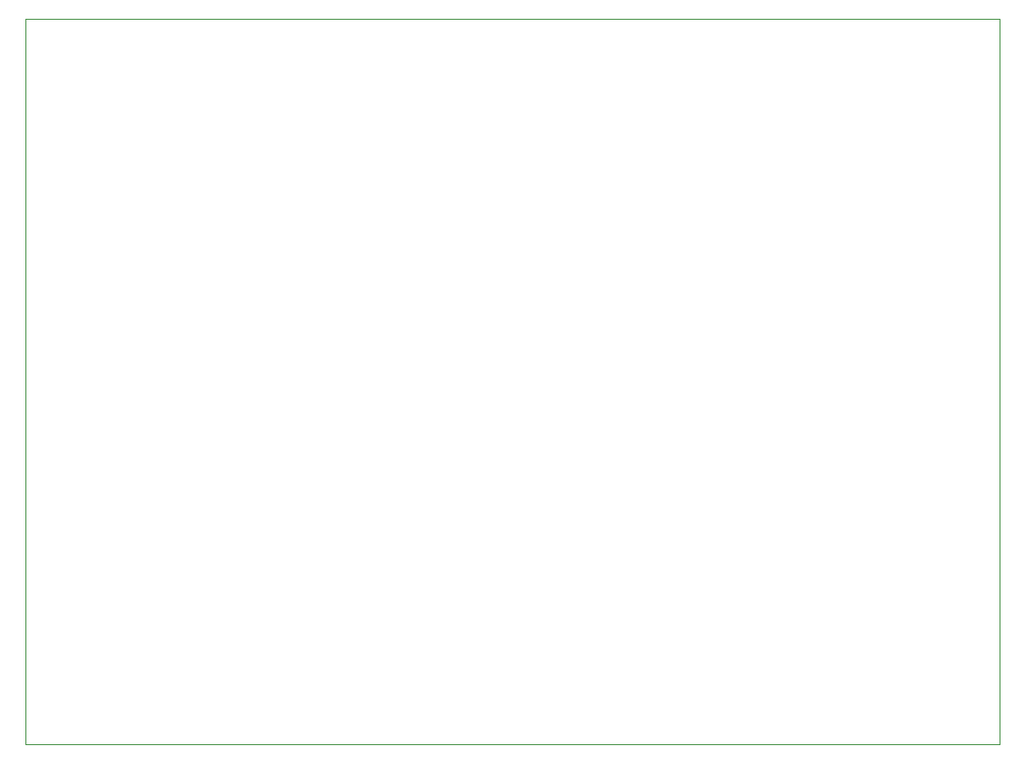
<source format=gbr>
G04 (created by PCBNEW (2013-08-24 BZR 4298)-stable) date Tue 08 Oct 2013 10:17:30 PM PDT*
%MOIN*%
G04 Gerber Fmt 3.4, Leading zero omitted, Abs format*
%FSLAX34Y34*%
G01*
G70*
G90*
G04 APERTURE LIST*
%ADD10C,0.005906*%
%ADD11C,0.003937*%
G04 APERTURE END LIST*
G54D10*
G54D11*
X47500Y-25700D02*
X13000Y-25700D01*
X47500Y-51400D02*
X47500Y-25700D01*
X13000Y-51400D02*
X47500Y-51400D01*
X13000Y-25700D02*
X13000Y-51400D01*
M02*

</source>
